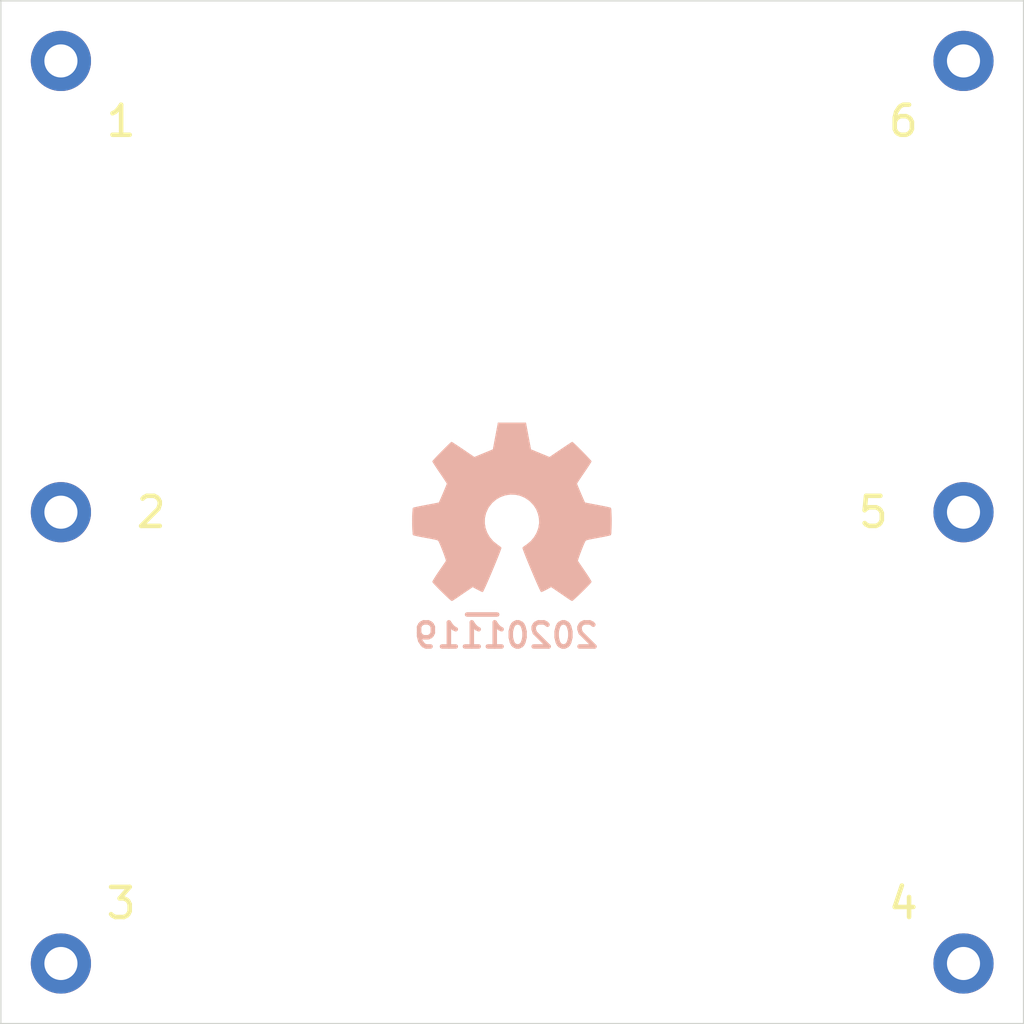
<source format=kicad_pcb>
(kicad_pcb (version 20171130) (host pcbnew 5.1.8-db9833491~87~ubuntu20.04.1)

  (general
    (thickness 1.6)
    (drawings 4)
    (tracks 0)
    (zones 0)
    (modules 8)
    (nets 2)
  )

  (page A4)
  (layers
    (0 F.Cu signal)
    (31 B.Cu signal)
    (32 B.Adhes user)
    (33 F.Adhes user)
    (34 B.Paste user)
    (35 F.Paste user)
    (36 B.SilkS user)
    (37 F.SilkS user)
    (38 B.Mask user)
    (39 F.Mask user)
    (40 Dwgs.User user)
    (41 Cmts.User user)
    (42 Eco1.User user)
    (43 Eco2.User user)
    (44 Edge.Cuts user)
    (45 Margin user)
    (46 B.CrtYd user)
    (47 F.CrtYd user)
    (48 B.Fab user)
    (49 F.Fab user)
  )

  (setup
    (last_trace_width 0.25)
    (user_trace_width 0.2)
    (user_trace_width 0.3)
    (user_trace_width 0.4)
    (user_trace_width 0.6)
    (user_trace_width 0.8)
    (user_trace_width 1)
    (user_trace_width 1.2)
    (user_trace_width 1.4)
    (user_trace_width 1.6)
    (user_trace_width 2)
    (trace_clearance 0.2)
    (zone_clearance 0.508)
    (zone_45_only no)
    (trace_min 0.1524)
    (via_size 0.8)
    (via_drill 0.4)
    (via_min_size 0.381)
    (via_min_drill 0.254)
    (user_via 0.4 0.254)
    (user_via 0.5 0.3)
    (user_via 0.6 0.4)
    (user_via 0.8 0.6)
    (user_via 1.1 0.8)
    (user_via 1.3 1)
    (user_via 1.5 1.2)
    (user_via 1.7 1.4)
    (user_via 1.9 1.6)
    (user_via 2.5 2)
    (uvia_size 0.3)
    (uvia_drill 0.1)
    (uvias_allowed no)
    (uvia_min_size 0.2)
    (uvia_min_drill 0.1)
    (edge_width 0.05)
    (segment_width 0.2)
    (pcb_text_width 0.3)
    (pcb_text_size 1.5 1.5)
    (mod_edge_width 0.12)
    (mod_text_size 0.8 0.8)
    (mod_text_width 0.12)
    (pad_size 1.524 1.524)
    (pad_drill 0.762)
    (pad_to_mask_clearance 0.0762)
    (solder_mask_min_width 0.1016)
    (pad_to_paste_clearance_ratio -0.1)
    (aux_axis_origin 0 0)
    (visible_elements FFFFFF7F)
    (pcbplotparams
      (layerselection 0x010fc_ffffffff)
      (usegerberextensions false)
      (usegerberattributes true)
      (usegerberadvancedattributes true)
      (creategerberjobfile true)
      (excludeedgelayer true)
      (linewidth 0.100000)
      (plotframeref false)
      (viasonmask false)
      (mode 1)
      (useauxorigin false)
      (hpglpennumber 1)
      (hpglpenspeed 20)
      (hpglpendiameter 15.000000)
      (psnegative false)
      (psa4output false)
      (plotreference true)
      (plotvalue true)
      (plotinvisibletext false)
      (padsonsilk false)
      (subtractmaskfromsilk false)
      (outputformat 1)
      (mirror false)
      (drillshape 1)
      (scaleselection 1)
      (outputdirectory ""))
  )

  (net 0 "")
  (net 1 "Net-(J1-Pad1)")

  (net_class Default "This is the default net class."
    (clearance 0.2)
    (trace_width 0.25)
    (via_dia 0.8)
    (via_drill 0.4)
    (uvia_dia 0.3)
    (uvia_drill 0.1)
    (add_net "Net-(J1-Pad1)")
  )

  (module mill-max:PC_pin_nail_head_6092 locked (layer F.Cu) (tedit 5FB583BD) (tstamp 5FB7E19E)
    (at 172 63)
    (path /5FB6F255)
    (fp_text reference J6 (at -2 2) (layer F.Fab)
      (effects (font (size 1 1) (thickness 0.15)))
    )
    (fp_text value 6 (at -2 2) (layer F.SilkS)
      (effects (font (size 1 1) (thickness 0.15)))
    )
    (fp_circle (center 0 0) (end 1.3 0) (layer B.CrtYd) (width 0.025))
    (fp_circle (center 0 0) (end 1.3 0) (layer F.CrtYd) (width 0.025))
    (pad 1 thru_hole circle (at 0 0) (size 2 2) (drill 1.1) (layers *.Cu *.Mask)
      (net 1 "Net-(J1-Pad1)"))
  )

  (module mill-max:PC_pin_nail_head_6092 locked (layer F.Cu) (tedit 5FB583BD) (tstamp 5FB6EAD0)
    (at 172 78)
    (path /5FB6ECA4)
    (fp_text reference J5 (at -3 0) (layer F.Fab)
      (effects (font (size 1 1) (thickness 0.15)))
    )
    (fp_text value 5 (at -3 0) (layer F.SilkS)
      (effects (font (size 1 1) (thickness 0.15)))
    )
    (fp_circle (center 0 0) (end 1.3 0) (layer B.CrtYd) (width 0.025))
    (fp_circle (center 0 0) (end 1.3 0) (layer F.CrtYd) (width 0.025))
    (pad 1 thru_hole circle (at 0 0) (size 2 2) (drill 1.1) (layers *.Cu *.Mask)
      (net 1 "Net-(J1-Pad1)"))
  )

  (module mill-max:PC_pin_nail_head_6092 locked (layer F.Cu) (tedit 5FB583BD) (tstamp 5FB6EB0F)
    (at 172 93)
    (path /5FB5975F)
    (fp_text reference J4 (at -2 -2) (layer F.Fab)
      (effects (font (size 1 1) (thickness 0.15)))
    )
    (fp_text value 4 (at -2 -2) (layer F.SilkS)
      (effects (font (size 1 1) (thickness 0.15)))
    )
    (fp_circle (center 0 0) (end 1.3 0) (layer F.CrtYd) (width 0.025))
    (fp_circle (center 0 0) (end 1.3 0) (layer B.CrtYd) (width 0.025))
    (pad 1 thru_hole circle (at 0 0) (size 2 2) (drill 1.1) (layers *.Cu *.Mask)
      (net 1 "Net-(J1-Pad1)"))
  )

  (module mill-max:PC_pin_nail_head_6092 locked (layer F.Cu) (tedit 5FB583BD) (tstamp 5FB5E4C2)
    (at 142 93)
    (path /5FB592C5)
    (fp_text reference J3 (at 2 -2) (layer F.Fab)
      (effects (font (size 1 1) (thickness 0.15)))
    )
    (fp_text value 3 (at 2 -2) (layer F.SilkS)
      (effects (font (size 1 1) (thickness 0.15)))
    )
    (fp_circle (center 0 0) (end 1.3 0) (layer F.CrtYd) (width 0.025))
    (fp_circle (center 0 0) (end 1.3 0) (layer B.CrtYd) (width 0.025))
    (pad 1 thru_hole circle (at 0 0) (size 2 2) (drill 1.1) (layers *.Cu *.Mask)
      (net 1 "Net-(J1-Pad1)"))
  )

  (module mill-max:PC_pin_nail_head_6092 locked (layer F.Cu) (tedit 5FB583BD) (tstamp 5FB5E4BB)
    (at 142 78)
    (path /5FB58352)
    (fp_text reference J2 (at 3 0) (layer F.Fab)
      (effects (font (size 1 1) (thickness 0.15)))
    )
    (fp_text value 2 (at 3 0) (layer F.SilkS)
      (effects (font (size 1 1) (thickness 0.15)))
    )
    (fp_circle (center 0 0) (end 1.3 0) (layer F.CrtYd) (width 0.025))
    (fp_circle (center 0 0) (end 1.3 0) (layer B.CrtYd) (width 0.025))
    (pad 1 thru_hole circle (at 0 0) (size 2 2) (drill 1.1) (layers *.Cu *.Mask)
      (net 1 "Net-(J1-Pad1)"))
  )

  (module mill-max:PC_pin_nail_head_6092 locked (layer F.Cu) (tedit 5FB583BD) (tstamp 5FB5E4B4)
    (at 142 63)
    (path /5FB58B49)
    (fp_text reference J1 (at 2 2) (layer F.Fab)
      (effects (font (size 1 1) (thickness 0.15)))
    )
    (fp_text value 1 (at 2 2) (layer F.SilkS)
      (effects (font (size 1 1) (thickness 0.15)))
    )
    (fp_circle (center 0 0) (end 1.3 0) (layer F.CrtYd) (width 0.025))
    (fp_circle (center 0 0) (end 1.3 0) (layer B.CrtYd) (width 0.025))
    (pad 1 thru_hole circle (at 0 0) (size 2 2) (drill 1.1) (layers *.Cu *.Mask)
      (net 1 "Net-(J1-Pad1)"))
  )

  (module Symbol:OSHW-Symbol_6.7x6mm_SilkScreen (layer B.Cu) (tedit 0) (tstamp 5EE12086)
    (at 157 78 180)
    (descr "Open Source Hardware Symbol")
    (tags "Logo Symbol OSHW")
    (path /5EE13678)
    (attr virtual)
    (fp_text reference N2 (at 0 0) (layer B.SilkS) hide
      (effects (font (size 1 1) (thickness 0.15)) (justify mirror))
    )
    (fp_text value OHWLOGO (at 0.75 0) (layer B.Fab) hide
      (effects (font (size 1 1) (thickness 0.15)) (justify mirror))
    )
    (fp_poly (pts (xy 0.555814 2.531069) (xy 0.639635 2.086445) (xy 0.94892 1.958947) (xy 1.258206 1.831449)
      (xy 1.629246 2.083754) (xy 1.733157 2.154004) (xy 1.827087 2.216728) (xy 1.906652 2.269062)
      (xy 1.96747 2.308143) (xy 2.005157 2.331107) (xy 2.015421 2.336058) (xy 2.03391 2.323324)
      (xy 2.07342 2.288118) (xy 2.129522 2.234938) (xy 2.197787 2.168282) (xy 2.273786 2.092646)
      (xy 2.353092 2.012528) (xy 2.431275 1.932426) (xy 2.503907 1.856836) (xy 2.566559 1.790255)
      (xy 2.614803 1.737182) (xy 2.64421 1.702113) (xy 2.651241 1.690377) (xy 2.641123 1.66874)
      (xy 2.612759 1.621338) (xy 2.569129 1.552807) (xy 2.513218 1.467785) (xy 2.448006 1.370907)
      (xy 2.410219 1.31565) (xy 2.341343 1.214752) (xy 2.28014 1.123701) (xy 2.229578 1.04703)
      (xy 2.192628 0.989272) (xy 2.172258 0.954957) (xy 2.169197 0.947746) (xy 2.176136 0.927252)
      (xy 2.195051 0.879487) (xy 2.223087 0.811168) (xy 2.257391 0.729011) (xy 2.295109 0.63973)
      (xy 2.333387 0.550042) (xy 2.36937 0.466662) (xy 2.400206 0.396306) (xy 2.423039 0.34569)
      (xy 2.435017 0.321529) (xy 2.435724 0.320578) (xy 2.454531 0.315964) (xy 2.504618 0.305672)
      (xy 2.580793 0.290713) (xy 2.677865 0.272099) (xy 2.790643 0.250841) (xy 2.856442 0.238582)
      (xy 2.97695 0.215638) (xy 3.085797 0.193805) (xy 3.177476 0.174278) (xy 3.246481 0.158252)
      (xy 3.287304 0.146921) (xy 3.295511 0.143326) (xy 3.303548 0.118994) (xy 3.310033 0.064041)
      (xy 3.31497 -0.015108) (xy 3.318364 -0.112026) (xy 3.320218 -0.220287) (xy 3.320538 -0.333465)
      (xy 3.319327 -0.445135) (xy 3.31659 -0.548868) (xy 3.312331 -0.638241) (xy 3.306555 -0.706826)
      (xy 3.299267 -0.748197) (xy 3.294895 -0.75681) (xy 3.268764 -0.767133) (xy 3.213393 -0.781892)
      (xy 3.136107 -0.799352) (xy 3.04423 -0.81778) (xy 3.012158 -0.823741) (xy 2.857524 -0.852066)
      (xy 2.735375 -0.874876) (xy 2.641673 -0.89308) (xy 2.572384 -0.907583) (xy 2.523471 -0.919292)
      (xy 2.490897 -0.929115) (xy 2.470628 -0.937956) (xy 2.458626 -0.946724) (xy 2.456947 -0.948457)
      (xy 2.440184 -0.976371) (xy 2.414614 -1.030695) (xy 2.382788 -1.104777) (xy 2.34726 -1.191965)
      (xy 2.310583 -1.285608) (xy 2.275311 -1.379052) (xy 2.243996 -1.465647) (xy 2.219193 -1.53874)
      (xy 2.203454 -1.591678) (xy 2.199332 -1.617811) (xy 2.199676 -1.618726) (xy 2.213641 -1.640086)
      (xy 2.245322 -1.687084) (xy 2.291391 -1.754827) (xy 2.348518 -1.838423) (xy 2.413373 -1.932982)
      (xy 2.431843 -1.959854) (xy 2.497699 -2.057275) (xy 2.55565 -2.146163) (xy 2.602538 -2.221412)
      (xy 2.635207 -2.27792) (xy 2.6505 -2.310581) (xy 2.651241 -2.314593) (xy 2.638392 -2.335684)
      (xy 2.602888 -2.377464) (xy 2.549293 -2.435445) (xy 2.482171 -2.505135) (xy 2.406087 -2.582045)
      (xy 2.325604 -2.661683) (xy 2.245287 -2.739561) (xy 2.169699 -2.811186) (xy 2.103405 -2.87207)
      (xy 2.050969 -2.917721) (xy 2.016955 -2.94365) (xy 2.007545 -2.947883) (xy 1.985643 -2.937912)
      (xy 1.9408 -2.91102) (xy 1.880321 -2.871736) (xy 1.833789 -2.840117) (xy 1.749475 -2.782098)
      (xy 1.649626 -2.713784) (xy 1.549473 -2.645579) (xy 1.495627 -2.609075) (xy 1.313371 -2.4858)
      (xy 1.160381 -2.56852) (xy 1.090682 -2.604759) (xy 1.031414 -2.632926) (xy 0.991311 -2.648991)
      (xy 0.981103 -2.651226) (xy 0.968829 -2.634722) (xy 0.944613 -2.588082) (xy 0.910263 -2.515609)
      (xy 0.867588 -2.421606) (xy 0.818394 -2.310374) (xy 0.76449 -2.186215) (xy 0.707684 -2.053432)
      (xy 0.649782 -1.916327) (xy 0.592593 -1.779202) (xy 0.537924 -1.646358) (xy 0.487584 -1.522098)
      (xy 0.44338 -1.410725) (xy 0.407119 -1.316539) (xy 0.380609 -1.243844) (xy 0.365658 -1.196941)
      (xy 0.363254 -1.180833) (xy 0.382311 -1.160286) (xy 0.424036 -1.126933) (xy 0.479706 -1.087702)
      (xy 0.484378 -1.084599) (xy 0.628264 -0.969423) (xy 0.744283 -0.835053) (xy 0.83143 -0.685784)
      (xy 0.888699 -0.525913) (xy 0.915086 -0.359737) (xy 0.909585 -0.191552) (xy 0.87119 -0.025655)
      (xy 0.798895 0.133658) (xy 0.777626 0.168513) (xy 0.666996 0.309263) (xy 0.536302 0.422286)
      (xy 0.390064 0.506997) (xy 0.232808 0.562806) (xy 0.069057 0.589126) (xy -0.096667 0.58537)
      (xy -0.259838 0.55095) (xy -0.415935 0.485277) (xy -0.560433 0.387765) (xy -0.605131 0.348187)
      (xy -0.718888 0.224297) (xy -0.801782 0.093876) (xy -0.858644 -0.052315) (xy -0.890313 -0.197088)
      (xy -0.898131 -0.35986) (xy -0.872062 -0.52344) (xy -0.814755 -0.682298) (xy -0.728856 -0.830906)
      (xy -0.617014 -0.963735) (xy -0.481877 -1.075256) (xy -0.464117 -1.087011) (xy -0.40785 -1.125508)
      (xy -0.365077 -1.158863) (xy -0.344628 -1.18016) (xy -0.344331 -1.180833) (xy -0.348721 -1.203871)
      (xy -0.366124 -1.256157) (xy -0.394732 -1.33339) (xy -0.432735 -1.431268) (xy -0.478326 -1.545491)
      (xy -0.529697 -1.671758) (xy -0.585038 -1.805767) (xy -0.642542 -1.943218) (xy -0.700399 -2.079808)
      (xy -0.756802 -2.211237) (xy -0.809942 -2.333205) (xy -0.85801 -2.441409) (xy -0.899199 -2.531549)
      (xy -0.931699 -2.599323) (xy -0.953703 -2.64043) (xy -0.962564 -2.651226) (xy -0.98964 -2.642819)
      (xy -1.040303 -2.620272) (xy -1.105817 -2.587613) (xy -1.141841 -2.56852) (xy -1.294832 -2.4858)
      (xy -1.477088 -2.609075) (xy -1.570125 -2.672228) (xy -1.671985 -2.741727) (xy -1.767438 -2.807165)
      (xy -1.81525 -2.840117) (xy -1.882495 -2.885273) (xy -1.939436 -2.921057) (xy -1.978646 -2.942938)
      (xy -1.991381 -2.947563) (xy -2.009917 -2.935085) (xy -2.050941 -2.900252) (xy -2.110475 -2.846678)
      (xy -2.184542 -2.777983) (xy -2.269165 -2.697781) (xy -2.322685 -2.646286) (xy -2.416319 -2.554286)
      (xy -2.497241 -2.471999) (xy -2.562177 -2.402945) (xy -2.607858 -2.350644) (xy -2.631011 -2.318616)
      (xy -2.633232 -2.312116) (xy -2.622924 -2.287394) (xy -2.594439 -2.237405) (xy -2.550937 -2.167212)
      (xy -2.495577 -2.081875) (xy -2.43152 -1.986456) (xy -2.413303 -1.959854) (xy -2.346927 -1.863167)
      (xy -2.287378 -1.776117) (xy -2.237984 -1.703595) (xy -2.202075 -1.650493) (xy -2.182981 -1.621703)
      (xy -2.181136 -1.618726) (xy -2.183895 -1.595782) (xy -2.198538 -1.545336) (xy -2.222513 -1.474041)
      (xy -2.253266 -1.388547) (xy -2.288244 -1.295507) (xy -2.324893 -1.201574) (xy -2.360661 -1.113399)
      (xy -2.392994 -1.037634) (xy -2.419338 -0.980931) (xy -2.437142 -0.949943) (xy -2.438407 -0.948457)
      (xy -2.449294 -0.939601) (xy -2.467682 -0.930843) (xy -2.497606 -0.921277) (xy -2.543103 -0.909996)
      (xy -2.608209 -0.896093) (xy -2.696961 -0.878663) (xy -2.813393 -0.856798) (xy -2.961542 -0.829591)
      (xy -2.993618 -0.823741) (xy -3.088686 -0.805374) (xy -3.171565 -0.787405) (xy -3.23493 -0.771569)
      (xy -3.271458 -0.7596) (xy -3.276356 -0.75681) (xy -3.284427 -0.732072) (xy -3.290987 -0.67679)
      (xy -3.296033 -0.597389) (xy -3.299559 -0.500296) (xy -3.301561 -0.391938) (xy -3.302036 -0.27874)
      (xy -3.300977 -0.167128) (xy -3.298382 -0.063529) (xy -3.294246 0.025632) (xy -3.288563 0.093928)
      (xy -3.281331 0.134934) (xy -3.276971 0.143326) (xy -3.252698 0.151792) (xy -3.197426 0.165565)
      (xy -3.116662 0.18345) (xy -3.015912 0.204252) (xy -2.900683 0.226777) (xy -2.837902 0.238582)
      (xy -2.718787 0.260849) (xy -2.612565 0.281021) (xy -2.524427 0.298085) (xy -2.459566 0.311031)
      (xy -2.423174 0.318845) (xy -2.417184 0.320578) (xy -2.407061 0.34011) (xy -2.385662 0.387157)
      (xy -2.355839 0.454997) (xy -2.320445 0.536909) (xy -2.282332 0.626172) (xy -2.244353 0.716065)
      (xy -2.20936 0.799865) (xy -2.180206 0.870853) (xy -2.159743 0.922306) (xy -2.150823 0.947503)
      (xy -2.150657 0.948604) (xy -2.160769 0.968481) (xy -2.189117 1.014223) (xy -2.232723 1.081283)
      (xy -2.288606 1.165116) (xy -2.353787 1.261174) (xy -2.391679 1.31635) (xy -2.460725 1.417519)
      (xy -2.52205 1.50937) (xy -2.572663 1.587256) (xy -2.609571 1.646531) (xy -2.629782 1.682549)
      (xy -2.632701 1.690623) (xy -2.620153 1.709416) (xy -2.585463 1.749543) (xy -2.533063 1.806507)
      (xy -2.467384 1.875815) (xy -2.392856 1.952969) (xy -2.313913 2.033475) (xy -2.234983 2.112837)
      (xy -2.1605 2.18656) (xy -2.094894 2.250148) (xy -2.042596 2.299106) (xy -2.008039 2.328939)
      (xy -1.996478 2.336058) (xy -1.977654 2.326047) (xy -1.932631 2.297922) (xy -1.865787 2.254546)
      (xy -1.781499 2.198782) (xy -1.684144 2.133494) (xy -1.610707 2.083754) (xy -1.239667 1.831449)
      (xy -0.621095 2.086445) (xy -0.537275 2.531069) (xy -0.453454 2.975693) (xy 0.471994 2.975693)
      (xy 0.555814 2.531069)) (layer B.SilkS) (width 0.01))
  )

  (module SquantorLabels:Label_Generic (layer B.Cu) (tedit 5D8A7D4C) (tstamp 5FB6ED34)
    (at 156 82)
    (descr "Label for general purpose use")
    (tags Label)
    (path /5EE12BF3)
    (attr smd)
    (fp_text reference N1 (at 0 -1.85) (layer B.Fab) hide
      (effects (font (size 1 1) (thickness 0.15)) (justify mirror))
    )
    (fp_text value 20201119 (at 0.8 0.1) (layer B.SilkS)
      (effects (font (size 0.8 0.8) (thickness 0.15)) (justify mirror))
    )
    (fp_line (start -0.5 -0.6) (end 0.5 -0.6) (layer B.SilkS) (width 0.15))
  )

  (gr_line (start 174 61) (end 140 61) (layer Edge.Cuts) (width 0.05) (tstamp 5FB5E506))
  (gr_line (start 174 61) (end 174 95) (layer Edge.Cuts) (width 0.05) (tstamp 5FB5E4FA))
  (gr_line (start 140 95) (end 174 95) (layer Edge.Cuts) (width 0.05) (tstamp 5FB5E4F5))
  (gr_line (start 140 95) (end 140 61) (layer Edge.Cuts) (width 0.05))

)

</source>
